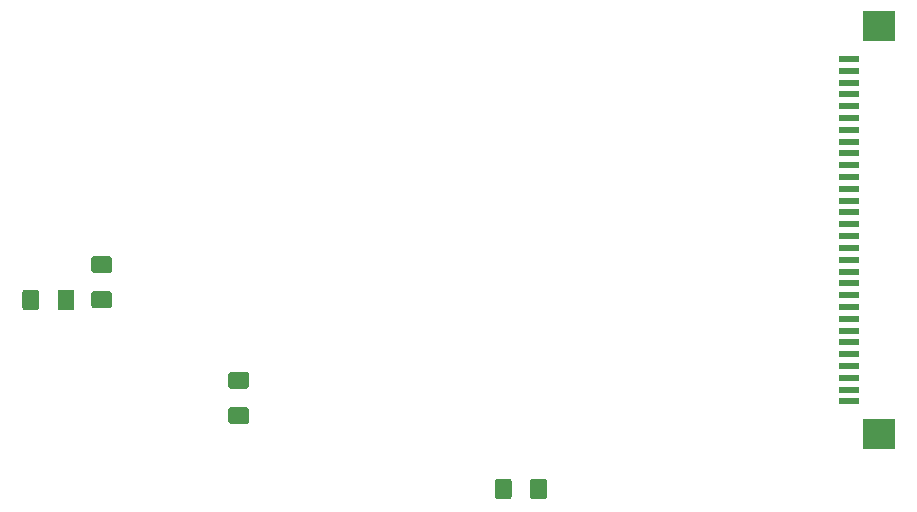
<source format=gbr>
G04 #@! TF.GenerationSoftware,KiCad,Pcbnew,(5.1.5)-3*
G04 #@! TF.CreationDate,2020-05-26T01:54:40-08:00*
G04 #@! TF.ProjectId,board,626f6172-642e-46b6-9963-61645f706362,rev?*
G04 #@! TF.SameCoordinates,Original*
G04 #@! TF.FileFunction,Paste,Top*
G04 #@! TF.FilePolarity,Positive*
%FSLAX46Y46*%
G04 Gerber Fmt 4.6, Leading zero omitted, Abs format (unit mm)*
G04 Created by KiCad (PCBNEW (5.1.5)-3) date 2020-05-26 01:54:40*
%MOMM*%
%LPD*%
G04 APERTURE LIST*
%ADD10C,0.100000*%
%ADD11R,1.700000X0.600000*%
%ADD12R,2.800000X2.500000*%
G04 APERTURE END LIST*
D10*
G36*
X147549504Y-131676204D02*
G01*
X147573773Y-131679804D01*
X147597571Y-131685765D01*
X147620671Y-131694030D01*
X147642849Y-131704520D01*
X147663893Y-131717133D01*
X147683598Y-131731747D01*
X147701777Y-131748223D01*
X147718253Y-131766402D01*
X147732867Y-131786107D01*
X147745480Y-131807151D01*
X147755970Y-131829329D01*
X147764235Y-131852429D01*
X147770196Y-131876227D01*
X147773796Y-131900496D01*
X147775000Y-131925000D01*
X147775000Y-132850000D01*
X147773796Y-132874504D01*
X147770196Y-132898773D01*
X147764235Y-132922571D01*
X147755970Y-132945671D01*
X147745480Y-132967849D01*
X147732867Y-132988893D01*
X147718253Y-133008598D01*
X147701777Y-133026777D01*
X147683598Y-133043253D01*
X147663893Y-133057867D01*
X147642849Y-133070480D01*
X147620671Y-133080970D01*
X147597571Y-133089235D01*
X147573773Y-133095196D01*
X147549504Y-133098796D01*
X147525000Y-133100000D01*
X146275000Y-133100000D01*
X146250496Y-133098796D01*
X146226227Y-133095196D01*
X146202429Y-133089235D01*
X146179329Y-133080970D01*
X146157151Y-133070480D01*
X146136107Y-133057867D01*
X146116402Y-133043253D01*
X146098223Y-133026777D01*
X146081747Y-133008598D01*
X146067133Y-132988893D01*
X146054520Y-132967849D01*
X146044030Y-132945671D01*
X146035765Y-132922571D01*
X146029804Y-132898773D01*
X146026204Y-132874504D01*
X146025000Y-132850000D01*
X146025000Y-131925000D01*
X146026204Y-131900496D01*
X146029804Y-131876227D01*
X146035765Y-131852429D01*
X146044030Y-131829329D01*
X146054520Y-131807151D01*
X146067133Y-131786107D01*
X146081747Y-131766402D01*
X146098223Y-131748223D01*
X146116402Y-131731747D01*
X146136107Y-131717133D01*
X146157151Y-131704520D01*
X146179329Y-131694030D01*
X146202429Y-131685765D01*
X146226227Y-131679804D01*
X146250496Y-131676204D01*
X146275000Y-131675000D01*
X147525000Y-131675000D01*
X147549504Y-131676204D01*
G37*
G36*
X147549504Y-128701204D02*
G01*
X147573773Y-128704804D01*
X147597571Y-128710765D01*
X147620671Y-128719030D01*
X147642849Y-128729520D01*
X147663893Y-128742133D01*
X147683598Y-128756747D01*
X147701777Y-128773223D01*
X147718253Y-128791402D01*
X147732867Y-128811107D01*
X147745480Y-128832151D01*
X147755970Y-128854329D01*
X147764235Y-128877429D01*
X147770196Y-128901227D01*
X147773796Y-128925496D01*
X147775000Y-128950000D01*
X147775000Y-129875000D01*
X147773796Y-129899504D01*
X147770196Y-129923773D01*
X147764235Y-129947571D01*
X147755970Y-129970671D01*
X147745480Y-129992849D01*
X147732867Y-130013893D01*
X147718253Y-130033598D01*
X147701777Y-130051777D01*
X147683598Y-130068253D01*
X147663893Y-130082867D01*
X147642849Y-130095480D01*
X147620671Y-130105970D01*
X147597571Y-130114235D01*
X147573773Y-130120196D01*
X147549504Y-130123796D01*
X147525000Y-130125000D01*
X146275000Y-130125000D01*
X146250496Y-130123796D01*
X146226227Y-130120196D01*
X146202429Y-130114235D01*
X146179329Y-130105970D01*
X146157151Y-130095480D01*
X146136107Y-130082867D01*
X146116402Y-130068253D01*
X146098223Y-130051777D01*
X146081747Y-130033598D01*
X146067133Y-130013893D01*
X146054520Y-129992849D01*
X146044030Y-129970671D01*
X146035765Y-129947571D01*
X146029804Y-129923773D01*
X146026204Y-129899504D01*
X146025000Y-129875000D01*
X146025000Y-128950000D01*
X146026204Y-128925496D01*
X146029804Y-128901227D01*
X146035765Y-128877429D01*
X146044030Y-128854329D01*
X146054520Y-128832151D01*
X146067133Y-128811107D01*
X146081747Y-128791402D01*
X146098223Y-128773223D01*
X146116402Y-128756747D01*
X146136107Y-128742133D01*
X146157151Y-128729520D01*
X146179329Y-128719030D01*
X146202429Y-128710765D01*
X146226227Y-128704804D01*
X146250496Y-128701204D01*
X146275000Y-128700000D01*
X147525000Y-128700000D01*
X147549504Y-128701204D01*
G37*
G36*
X169799504Y-137726204D02*
G01*
X169823773Y-137729804D01*
X169847571Y-137735765D01*
X169870671Y-137744030D01*
X169892849Y-137754520D01*
X169913893Y-137767133D01*
X169933598Y-137781747D01*
X169951777Y-137798223D01*
X169968253Y-137816402D01*
X169982867Y-137836107D01*
X169995480Y-137857151D01*
X170005970Y-137879329D01*
X170014235Y-137902429D01*
X170020196Y-137926227D01*
X170023796Y-137950496D01*
X170025000Y-137975000D01*
X170025000Y-139225000D01*
X170023796Y-139249504D01*
X170020196Y-139273773D01*
X170014235Y-139297571D01*
X170005970Y-139320671D01*
X169995480Y-139342849D01*
X169982867Y-139363893D01*
X169968253Y-139383598D01*
X169951777Y-139401777D01*
X169933598Y-139418253D01*
X169913893Y-139432867D01*
X169892849Y-139445480D01*
X169870671Y-139455970D01*
X169847571Y-139464235D01*
X169823773Y-139470196D01*
X169799504Y-139473796D01*
X169775000Y-139475000D01*
X168850000Y-139475000D01*
X168825496Y-139473796D01*
X168801227Y-139470196D01*
X168777429Y-139464235D01*
X168754329Y-139455970D01*
X168732151Y-139445480D01*
X168711107Y-139432867D01*
X168691402Y-139418253D01*
X168673223Y-139401777D01*
X168656747Y-139383598D01*
X168642133Y-139363893D01*
X168629520Y-139342849D01*
X168619030Y-139320671D01*
X168610765Y-139297571D01*
X168604804Y-139273773D01*
X168601204Y-139249504D01*
X168600000Y-139225000D01*
X168600000Y-137975000D01*
X168601204Y-137950496D01*
X168604804Y-137926227D01*
X168610765Y-137902429D01*
X168619030Y-137879329D01*
X168629520Y-137857151D01*
X168642133Y-137836107D01*
X168656747Y-137816402D01*
X168673223Y-137798223D01*
X168691402Y-137781747D01*
X168711107Y-137767133D01*
X168732151Y-137754520D01*
X168754329Y-137744030D01*
X168777429Y-137735765D01*
X168801227Y-137729804D01*
X168825496Y-137726204D01*
X168850000Y-137725000D01*
X169775000Y-137725000D01*
X169799504Y-137726204D01*
G37*
G36*
X172774504Y-137726204D02*
G01*
X172798773Y-137729804D01*
X172822571Y-137735765D01*
X172845671Y-137744030D01*
X172867849Y-137754520D01*
X172888893Y-137767133D01*
X172908598Y-137781747D01*
X172926777Y-137798223D01*
X172943253Y-137816402D01*
X172957867Y-137836107D01*
X172970480Y-137857151D01*
X172980970Y-137879329D01*
X172989235Y-137902429D01*
X172995196Y-137926227D01*
X172998796Y-137950496D01*
X173000000Y-137975000D01*
X173000000Y-139225000D01*
X172998796Y-139249504D01*
X172995196Y-139273773D01*
X172989235Y-139297571D01*
X172980970Y-139320671D01*
X172970480Y-139342849D01*
X172957867Y-139363893D01*
X172943253Y-139383598D01*
X172926777Y-139401777D01*
X172908598Y-139418253D01*
X172888893Y-139432867D01*
X172867849Y-139445480D01*
X172845671Y-139455970D01*
X172822571Y-139464235D01*
X172798773Y-139470196D01*
X172774504Y-139473796D01*
X172750000Y-139475000D01*
X171825000Y-139475000D01*
X171800496Y-139473796D01*
X171776227Y-139470196D01*
X171752429Y-139464235D01*
X171729329Y-139455970D01*
X171707151Y-139445480D01*
X171686107Y-139432867D01*
X171666402Y-139418253D01*
X171648223Y-139401777D01*
X171631747Y-139383598D01*
X171617133Y-139363893D01*
X171604520Y-139342849D01*
X171594030Y-139320671D01*
X171585765Y-139297571D01*
X171579804Y-139273773D01*
X171576204Y-139249504D01*
X171575000Y-139225000D01*
X171575000Y-137975000D01*
X171576204Y-137950496D01*
X171579804Y-137926227D01*
X171585765Y-137902429D01*
X171594030Y-137879329D01*
X171604520Y-137857151D01*
X171617133Y-137836107D01*
X171631747Y-137816402D01*
X171648223Y-137798223D01*
X171666402Y-137781747D01*
X171686107Y-137767133D01*
X171707151Y-137754520D01*
X171729329Y-137744030D01*
X171752429Y-137735765D01*
X171776227Y-137729804D01*
X171800496Y-137726204D01*
X171825000Y-137725000D01*
X172750000Y-137725000D01*
X172774504Y-137726204D01*
G37*
D11*
X198600000Y-131200000D03*
X198600000Y-130200000D03*
X198600000Y-129200000D03*
X198600000Y-128200000D03*
X198600000Y-127200000D03*
X198600000Y-126200000D03*
X198600000Y-125200000D03*
X198600000Y-124200000D03*
X198600000Y-123200000D03*
X198600000Y-122200000D03*
X198600000Y-121200000D03*
X198600000Y-120200000D03*
X198600000Y-119200000D03*
X198600000Y-118200000D03*
X198600000Y-117200000D03*
X198600000Y-116200000D03*
X198600000Y-115200000D03*
X198600000Y-114200000D03*
X198600000Y-113200000D03*
X198600000Y-112200000D03*
X198600000Y-111200000D03*
X198600000Y-110200000D03*
X198600000Y-109200000D03*
X198600000Y-108200000D03*
X198600000Y-107200000D03*
X198600000Y-106200000D03*
X198600000Y-105200000D03*
X198600000Y-104200000D03*
X198600000Y-103200000D03*
X198600000Y-102200000D03*
D12*
X201100000Y-133950000D03*
X201100000Y-99450000D03*
D10*
G36*
X129799504Y-121726204D02*
G01*
X129823773Y-121729804D01*
X129847571Y-121735765D01*
X129870671Y-121744030D01*
X129892849Y-121754520D01*
X129913893Y-121767133D01*
X129933598Y-121781747D01*
X129951777Y-121798223D01*
X129968253Y-121816402D01*
X129982867Y-121836107D01*
X129995480Y-121857151D01*
X130005970Y-121879329D01*
X130014235Y-121902429D01*
X130020196Y-121926227D01*
X130023796Y-121950496D01*
X130025000Y-121975000D01*
X130025000Y-123225000D01*
X130023796Y-123249504D01*
X130020196Y-123273773D01*
X130014235Y-123297571D01*
X130005970Y-123320671D01*
X129995480Y-123342849D01*
X129982867Y-123363893D01*
X129968253Y-123383598D01*
X129951777Y-123401777D01*
X129933598Y-123418253D01*
X129913893Y-123432867D01*
X129892849Y-123445480D01*
X129870671Y-123455970D01*
X129847571Y-123464235D01*
X129823773Y-123470196D01*
X129799504Y-123473796D01*
X129775000Y-123475000D01*
X128850000Y-123475000D01*
X128825496Y-123473796D01*
X128801227Y-123470196D01*
X128777429Y-123464235D01*
X128754329Y-123455970D01*
X128732151Y-123445480D01*
X128711107Y-123432867D01*
X128691402Y-123418253D01*
X128673223Y-123401777D01*
X128656747Y-123383598D01*
X128642133Y-123363893D01*
X128629520Y-123342849D01*
X128619030Y-123320671D01*
X128610765Y-123297571D01*
X128604804Y-123273773D01*
X128601204Y-123249504D01*
X128600000Y-123225000D01*
X128600000Y-121975000D01*
X128601204Y-121950496D01*
X128604804Y-121926227D01*
X128610765Y-121902429D01*
X128619030Y-121879329D01*
X128629520Y-121857151D01*
X128642133Y-121836107D01*
X128656747Y-121816402D01*
X128673223Y-121798223D01*
X128691402Y-121781747D01*
X128711107Y-121767133D01*
X128732151Y-121754520D01*
X128754329Y-121744030D01*
X128777429Y-121735765D01*
X128801227Y-121729804D01*
X128825496Y-121726204D01*
X128850000Y-121725000D01*
X129775000Y-121725000D01*
X129799504Y-121726204D01*
G37*
G36*
X132774504Y-121726204D02*
G01*
X132798773Y-121729804D01*
X132822571Y-121735765D01*
X132845671Y-121744030D01*
X132867849Y-121754520D01*
X132888893Y-121767133D01*
X132908598Y-121781747D01*
X132926777Y-121798223D01*
X132943253Y-121816402D01*
X132957867Y-121836107D01*
X132970480Y-121857151D01*
X132980970Y-121879329D01*
X132989235Y-121902429D01*
X132995196Y-121926227D01*
X132998796Y-121950496D01*
X133000000Y-121975000D01*
X133000000Y-123225000D01*
X132998796Y-123249504D01*
X132995196Y-123273773D01*
X132989235Y-123297571D01*
X132980970Y-123320671D01*
X132970480Y-123342849D01*
X132957867Y-123363893D01*
X132943253Y-123383598D01*
X132926777Y-123401777D01*
X132908598Y-123418253D01*
X132888893Y-123432867D01*
X132867849Y-123445480D01*
X132845671Y-123455970D01*
X132822571Y-123464235D01*
X132798773Y-123470196D01*
X132774504Y-123473796D01*
X132750000Y-123475000D01*
X131825000Y-123475000D01*
X131800496Y-123473796D01*
X131776227Y-123470196D01*
X131752429Y-123464235D01*
X131729329Y-123455970D01*
X131707151Y-123445480D01*
X131686107Y-123432867D01*
X131666402Y-123418253D01*
X131648223Y-123401777D01*
X131631747Y-123383598D01*
X131617133Y-123363893D01*
X131604520Y-123342849D01*
X131594030Y-123320671D01*
X131585765Y-123297571D01*
X131579804Y-123273773D01*
X131576204Y-123249504D01*
X131575000Y-123225000D01*
X131575000Y-121975000D01*
X131576204Y-121950496D01*
X131579804Y-121926227D01*
X131585765Y-121902429D01*
X131594030Y-121879329D01*
X131604520Y-121857151D01*
X131617133Y-121836107D01*
X131631747Y-121816402D01*
X131648223Y-121798223D01*
X131666402Y-121781747D01*
X131686107Y-121767133D01*
X131707151Y-121754520D01*
X131729329Y-121744030D01*
X131752429Y-121735765D01*
X131776227Y-121729804D01*
X131800496Y-121726204D01*
X131825000Y-121725000D01*
X132750000Y-121725000D01*
X132774504Y-121726204D01*
G37*
G36*
X135949504Y-121863704D02*
G01*
X135973773Y-121867304D01*
X135997571Y-121873265D01*
X136020671Y-121881530D01*
X136042849Y-121892020D01*
X136063893Y-121904633D01*
X136083598Y-121919247D01*
X136101777Y-121935723D01*
X136118253Y-121953902D01*
X136132867Y-121973607D01*
X136145480Y-121994651D01*
X136155970Y-122016829D01*
X136164235Y-122039929D01*
X136170196Y-122063727D01*
X136173796Y-122087996D01*
X136175000Y-122112500D01*
X136175000Y-123037500D01*
X136173796Y-123062004D01*
X136170196Y-123086273D01*
X136164235Y-123110071D01*
X136155970Y-123133171D01*
X136145480Y-123155349D01*
X136132867Y-123176393D01*
X136118253Y-123196098D01*
X136101777Y-123214277D01*
X136083598Y-123230753D01*
X136063893Y-123245367D01*
X136042849Y-123257980D01*
X136020671Y-123268470D01*
X135997571Y-123276735D01*
X135973773Y-123282696D01*
X135949504Y-123286296D01*
X135925000Y-123287500D01*
X134675000Y-123287500D01*
X134650496Y-123286296D01*
X134626227Y-123282696D01*
X134602429Y-123276735D01*
X134579329Y-123268470D01*
X134557151Y-123257980D01*
X134536107Y-123245367D01*
X134516402Y-123230753D01*
X134498223Y-123214277D01*
X134481747Y-123196098D01*
X134467133Y-123176393D01*
X134454520Y-123155349D01*
X134444030Y-123133171D01*
X134435765Y-123110071D01*
X134429804Y-123086273D01*
X134426204Y-123062004D01*
X134425000Y-123037500D01*
X134425000Y-122112500D01*
X134426204Y-122087996D01*
X134429804Y-122063727D01*
X134435765Y-122039929D01*
X134444030Y-122016829D01*
X134454520Y-121994651D01*
X134467133Y-121973607D01*
X134481747Y-121953902D01*
X134498223Y-121935723D01*
X134516402Y-121919247D01*
X134536107Y-121904633D01*
X134557151Y-121892020D01*
X134579329Y-121881530D01*
X134602429Y-121873265D01*
X134626227Y-121867304D01*
X134650496Y-121863704D01*
X134675000Y-121862500D01*
X135925000Y-121862500D01*
X135949504Y-121863704D01*
G37*
G36*
X135949504Y-118888704D02*
G01*
X135973773Y-118892304D01*
X135997571Y-118898265D01*
X136020671Y-118906530D01*
X136042849Y-118917020D01*
X136063893Y-118929633D01*
X136083598Y-118944247D01*
X136101777Y-118960723D01*
X136118253Y-118978902D01*
X136132867Y-118998607D01*
X136145480Y-119019651D01*
X136155970Y-119041829D01*
X136164235Y-119064929D01*
X136170196Y-119088727D01*
X136173796Y-119112996D01*
X136175000Y-119137500D01*
X136175000Y-120062500D01*
X136173796Y-120087004D01*
X136170196Y-120111273D01*
X136164235Y-120135071D01*
X136155970Y-120158171D01*
X136145480Y-120180349D01*
X136132867Y-120201393D01*
X136118253Y-120221098D01*
X136101777Y-120239277D01*
X136083598Y-120255753D01*
X136063893Y-120270367D01*
X136042849Y-120282980D01*
X136020671Y-120293470D01*
X135997571Y-120301735D01*
X135973773Y-120307696D01*
X135949504Y-120311296D01*
X135925000Y-120312500D01*
X134675000Y-120312500D01*
X134650496Y-120311296D01*
X134626227Y-120307696D01*
X134602429Y-120301735D01*
X134579329Y-120293470D01*
X134557151Y-120282980D01*
X134536107Y-120270367D01*
X134516402Y-120255753D01*
X134498223Y-120239277D01*
X134481747Y-120221098D01*
X134467133Y-120201393D01*
X134454520Y-120180349D01*
X134444030Y-120158171D01*
X134435765Y-120135071D01*
X134429804Y-120111273D01*
X134426204Y-120087004D01*
X134425000Y-120062500D01*
X134425000Y-119137500D01*
X134426204Y-119112996D01*
X134429804Y-119088727D01*
X134435765Y-119064929D01*
X134444030Y-119041829D01*
X134454520Y-119019651D01*
X134467133Y-118998607D01*
X134481747Y-118978902D01*
X134498223Y-118960723D01*
X134516402Y-118944247D01*
X134536107Y-118929633D01*
X134557151Y-118917020D01*
X134579329Y-118906530D01*
X134602429Y-118898265D01*
X134626227Y-118892304D01*
X134650496Y-118888704D01*
X134675000Y-118887500D01*
X135925000Y-118887500D01*
X135949504Y-118888704D01*
G37*
M02*

</source>
